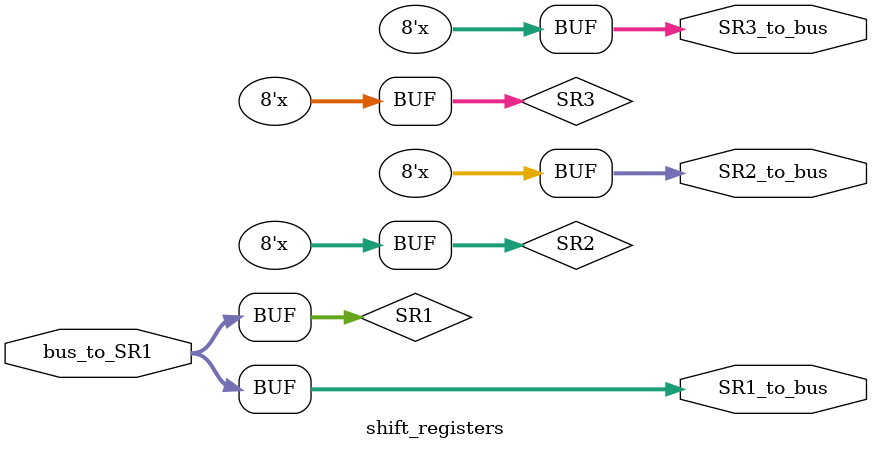
<source format=v>
module shift_registers(input wire [7:0] bus_to_SR1,
							  output wire [7:0] SR1_to_bus,
							  output wire [7:0] SR2_to_bus,
							  output wire [7:0] SR3_to_bus);

reg [7:0] SR1;
reg [7:0] SR2;
reg [7:0] SR3;
	
assign SR1_to_bus = SR1;
assign SR2_to_bus = SR2;
assign SR3_to_bus = SR3;
						  
always@(bus_to_SR1)
begin
		SR3 <= SR2;
		SR2 <= SR1;
		SR1 <= bus_to_SR1;
end

endmodule
</source>
